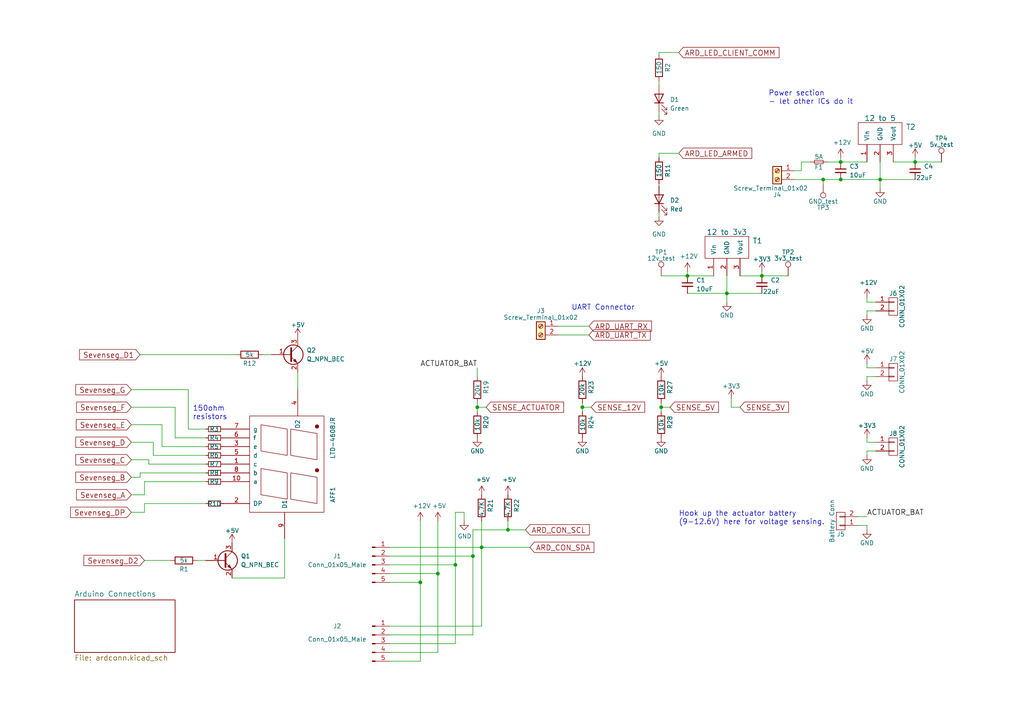
<source format=kicad_sch>
(kicad_sch (version 20211123) (generator eeschema)
  (paper "A4")
  (title_block (title "RLCS power board") (date "2017-09-24") (rev "A") (company "Waterloo Rocketry"))
  (lib_symbols
    (symbol "Connector:Conn_01x05_Male" (pin_names (offset 1.016) hide)
      (property "Reference" "J" (at 0 7.62 0))
      (property "Value" "Conn_01x05_Male" (at 0 -7.62 0))
      (symbol "Conn_01x05_Male_1_1"
        (polyline (pts (xy 1.27 -5.08) (xy 0.8636 -5.08)) (stroke (width 0.1524)))
        (polyline (pts (xy 1.27 -2.54) (xy 0.8636 -2.54)) (stroke (width 0.1524)))
        (polyline (pts (xy 1.27 0) (xy 0.8636 0)) (stroke (width 0.1524)))
        (polyline (pts (xy 1.27 2.54) (xy 0.8636 2.54)) (stroke (width 0.1524)))
        (polyline (pts (xy 1.27 5.08) (xy 0.8636 5.08)) (stroke (width 0.1524)))
        (rectangle (start 0.8636 -4.953) (end 0 -5.207) (stroke (width 0.1524)) (fill (type outline)))
        (rectangle (start 0.8636 -2.413) (end 0 -2.667) (stroke (width 0.1524)) (fill (type outline)))
        (rectangle (start 0.8636 0.127) (end 0 -0.127) (stroke (width 0.1524)) (fill (type outline)))
        (rectangle (start 0.8636 2.667) (end 0 2.413) (stroke (width 0.1524)) (fill (type outline)))
        (rectangle (start 0.8636 5.207) (end 0 4.953) (stroke (width 0.1524)) (fill (type outline)))
        (pin passive line (at 5.08 5.08 180) (length 3.81) (name "Pin_1") (number "1"))
        (pin passive line (at 5.08 2.54 180) (length 3.81) (name "Pin_2") (number "2"))
        (pin passive line (at 5.08 0 180) (length 3.81) (name "Pin_3") (number "3"))
        (pin passive line (at 5.08 -2.54 180) (length 3.81) (name "Pin_4") (number "4"))
        (pin passive line (at 5.08 -5.08 180) (length 3.81) (name "Pin_5") (number "5"))
      )
    )
    (symbol "Connector:Screw_Terminal_01x02" (pin_names (offset 1.016) hide)
      (property "Reference" "J" (at 0 2.54 0))
      (property "Value" "Screw_Terminal_01x02" (at 0 -5.08 0))
      (symbol "Screw_Terminal_01x02_1_1"
        (rectangle (start -1.27 1.27) (end 1.27 -3.81) (stroke (width 0.254)) (fill (type background)))
        (circle (center 0 -2.54) (radius 0.635) (stroke (width 0.1524)))
        (polyline (pts (xy -0.5334 -2.2098) (xy 0.3302 -3.048)) (stroke (width 0.1524)))
        (polyline (pts (xy -0.5334 0.3302) (xy 0.3302 -0.508)) (stroke (width 0.1524)))
        (polyline (pts (xy -0.3556 -2.032) (xy 0.508 -2.8702)) (stroke (width 0.1524)))
        (polyline (pts (xy -0.3556 0.508) (xy 0.508 -0.3302)) (stroke (width 0.1524)))
        (circle (center 0 0) (radius 0.635) (stroke (width 0.1524)))
        (pin passive line (at -5.08 0 0) (length 3.81) (name "Pin_1") (number "1"))
        (pin passive line (at -5.08 -2.54 0) (length 3.81) (name "Pin_2") (number "2"))
      )
    )
    (symbol "Device:C_Small" (pin_numbers hide) (pin_names (offset 0.254) hide)
      (property "Reference" "C" (at 0.254 1.778 0))
      (property "Value" "C_Small" (at 0.254 -2.032 0))
      (symbol "C_Small_0_1"
        (polyline (pts (xy -1.524 -0.508) (xy 1.524 -0.508)) (stroke (width 0.3302)))
        (polyline (pts (xy -1.524 0.508) (xy 1.524 0.508)) (stroke (width 0.3048)))
      )
      (symbol "C_Small_1_1"
        (pin passive line (at 0 2.54 270) (length 2.032) (name "~") (number "1"))
        (pin passive line (at 0 -2.54 90) (length 2.032) (name "~") (number "2"))
      )
    )
    (symbol "Device:Fuse_Small" (pin_numbers hide) (pin_names (offset 0.254) hide)
      (property "Reference" "F" (at 0 -1.524 0))
      (property "Value" "Fuse_Small" (at 0 1.524 0))
      (symbol "Fuse_Small_0_1"
        (rectangle (start -1.27 0.508) (end 1.27 -0.508))
        (polyline (pts (xy -1.27 0) (xy 1.27 0)))
      )
      (symbol "Fuse_Small_1_1"
        (pin passive line (at -2.54 0 0) (length 1.27) (name "~") (number "1"))
        (pin passive line (at 2.54 0 180) (length 1.27) (name "~") (number "2"))
      )
    )
    (symbol "Device:LED" (pin_numbers hide) (pin_names (offset 1.016) hide)
      (property "Reference" "D" (at 0 2.54 0))
      (property "Value" "LED" (at 0 -2.54 0))
      (symbol "LED_0_1"
        (polyline (pts (xy -1.27 -1.27) (xy -1.27 1.27)) (stroke (width 0.254)))
        (polyline (pts (xy -1.27 0) (xy 1.27 0)))
        (polyline (pts (xy 1.27 -1.27) (xy 1.27 1.27) (xy -1.27 0) (xy 1.27 -1.27)) (stroke (width 0.254)))
        (polyline (pts (xy -3.048 -0.762) (xy -4.572 -2.286) (xy -3.81 -2.286) (xy -4.572 -2.286) (xy -4.572 -1.524)))
        (polyline (pts (xy -1.778 -0.762) (xy -3.302 -2.286) (xy -2.54 -2.286) (xy -3.302 -2.286) (xy -3.302 -1.524)))
      )
      (symbol "LED_1_1"
        (pin passive line (at -3.81 0 0) (length 2.54) (name "K") (number "1"))
        (pin passive line (at 3.81 0 180) (length 2.54) (name "A") (number "2"))
      )
    )
    (symbol "Device:Q_NPN_BEC" (pin_names (offset 0) hide)
      (property "Reference" "Q" (at 5.08 1.27 0))
      (property "Value" "Q_NPN_BEC" (at 5.08 -1.27 0))
      (symbol "Q_NPN_BEC_0_1"
        (polyline (pts (xy 0.635 0.635) (xy 2.54 2.54)))
        (polyline (pts (xy 0.635 -0.635) (xy 2.54 -2.54) (xy 2.54 -2.54)))
        (polyline (pts (xy 0.635 1.905) (xy 0.635 -1.905) (xy 0.635 -1.905)) (stroke (width 0.508)))
        (polyline (pts (xy 1.27 -1.778) (xy 1.778 -1.27) (xy 2.286 -2.286) (xy 1.27 -1.778) (xy 1.27 -1.778)) (fill (type outline)))
        (circle (center 1.27 0) (radius 2.8194) (stroke (width 0.254)))
      )
      (symbol "Q_NPN_BEC_1_1"
        (pin input line (at -5.08 0 0) (length 5.715) (name "B") (number "1"))
        (pin passive line (at 2.54 -5.08 90) (length 2.54) (name "E") (number "2"))
        (pin passive line (at 2.54 5.08 270) (length 2.54) (name "C") (number "3"))
      )
    )
    (symbol "Device:R" (pin_numbers hide) (pin_names (offset 0))
      (property "Reference" "R" (at 2.032 0 90))
      (property "Value" "R" (at 0 0 90))
      (symbol "R_0_1"
        (rectangle (start -1.016 -2.54) (end 1.016 2.54) (stroke (width 0.254)))
      )
      (symbol "R_1_1"
        (pin passive line (at 0 3.81 270) (length 1.27) (name "~") (number "1"))
        (pin passive line (at 0 -3.81 90) (length 1.27) (name "~") (number "2"))
      )
    )
    (symbol "Device:R_Small" (pin_numbers hide) (pin_names (offset 0.254) hide)
      (property "Reference" "R" (at 0.762 0.508 0))
      (property "Value" "R_Small" (at 0.762 -1.016 0))
      (symbol "R_Small_0_1"
        (rectangle (start -0.762 1.778) (end 0.762 -1.778) (stroke (width 0.2032)))
      )
      (symbol "R_Small_1_1"
        (pin passive line (at 0 2.54 270) (length 0.762) (name "~") (number "1"))
        (pin passive line (at 0 -2.54 90) (length 0.762) (name "~") (number "2"))
      )
    )
    (symbol "custom:LTD-4608JR" (pin_names (offset 1.016))
      (property "Reference" "AFF" (at -8.89 -12.7 0))
      (property "Value" "LTD-4608JR" (at 7.62 -12.7 0))
      (symbol "LTD-4608JR_0_1"
        (circle (center -1.778 -8.128) (radius 0.508) (fill (type outline)))
        (polyline (pts (xy -10.16 -0.508) (xy -2.54 -0.508) (xy -3.81 -8.128) (xy -11.43 -8.128) (xy -10.16 -0.508) (xy -10.16 -0.508)))
        (polyline (pts (xy -8.89 8.128) (xy -1.27 8.128) (xy -2.54 0.508) (xy -10.16 0.508) (xy -8.89 8.128) (xy -8.89 8.128)))
        (polyline (pts (xy 2.54 -0.508) (xy 10.16 -0.508) (xy 8.89 -8.128) (xy 1.27 -8.128) (xy 2.54 -0.508) (xy 2.54 -0.508)))
        (polyline (pts (xy 3.81 8.128) (xy 11.43 8.128) (xy 10.16 0.508) (xy 2.54 0.508) (xy 3.81 8.128) (xy 3.81 8.128)))
        (circle (center 10.922 -8.128) (radius 0.508) (fill (type outline)))
        (rectangle (start 13.97 -10.16) (end -13.97 11.43))
      )
      (symbol "LTD-4608JR_1_1"
        (pin input line (at 0 19.05 270) (length 7.62) (name "c") (number "1"))
        (pin input line (at -5.08 19.05 270) (length 7.62) (name "a") (number "10"))
        (pin input line (at -11.43 19.05 270) (length 7.62) (name "DP") (number "2"))
        (pin input line (at 5.08 19.05 270) (length 7.62) (name "e") (number "3"))
        (pin input line (at 21.59 -2.54 180) (length 7.62) (name "D2") (number "4"))
        (pin input line (at 2.54 19.05 270) (length 7.62) (name "d") (number "5"))
        (pin input line (at 7.62 19.05 270) (length 7.62) (name "f") (number "6"))
        (pin input line (at 10.16 19.05 270) (length 7.62) (name "g") (number "7"))
        (pin input line (at -2.54 19.05 270) (length 7.62) (name "b") (number "8"))
        (pin input line (at -21.59 1.27 0) (length 7.62) (name "D1") (number "9"))
      )
      (symbol "LTD-4608JR_1_2"
        (pin input line (at 2.54 19.05 270) (length 7.62) (name "d") (number "1"))
        (pin input line (at -21.59 1.27 0) (length 7.62) (name "D1") (number "10"))
        (pin input line (at -11.43 19.05 270) (length 7.62) (name "DP") (number "2"))
        (pin input line (at 5.08 19.05 270) (length 7.62) (name "e") (number "3"))
        (pin input line (at 0 19.05 270) (length 7.62) (name "c") (number "4"))
        (pin input line (at 21.59 -2.54 180) (length 7.62) (name "D2") (number "5"))
        (pin input line (at -2.54 19.05 270) (length 7.62) (name "b") (number "6"))
        (pin input line (at -5.08 19.05 270) (length 7.62) (name "a") (number "7"))
        (pin input line (at 7.62 19.05 270) (length 7.62) (name "f") (number "8"))
        (pin input line (at 10.16 19.05 270) (length 7.62) (name "g") (number "9"))
      )
    )
    (symbol "custom:MEZD71201A-G" (pin_names (offset 1.016))
      (property "Reference" "T" (at 8.89 -3.81 0))
      (property "Value" "MEZD71201A-G" (at 0 2.54 0))
      (symbol "MEZD71201A-G_0_1"
        (rectangle (start -6.35 1.27) (end 6.35 -5.08))
      )
      (symbol "MEZD71201A-G_1_1"
        (pin input line (at -3.81 -10.16 90) (length 5.08) (name "Vin") (number "1"))
        (pin bidirectional line (at 0 -10.16 90) (length 5.08) (name "GND") (number "2"))
        (pin output line (at 3.81 -10.16 90) (length 5.08) (name "Vout") (number "3"))
      )
    )
    (symbol "power:+12V" (power) (pin_names (offset 0))
      (property "Value" "+12V" (at 0 3.556 0))
      (symbol "+12V_0_1"
        (polyline (pts (xy -0.762 1.27) (xy 0 2.54)))
        (polyline (pts (xy 0 0) (xy 0 2.54)))
        (polyline (pts (xy 0 2.54) (xy 0.762 1.27)))
      )
      (symbol "+12V_1_1"
        (pin power_in line (at 0 0 90) (length 0) hide (name "+12V") (number "1"))
      )
    )
    (symbol "power:+3.3V" (power) (pin_names (offset 0))
      (property "Value" "+3.3V" (at 0 3.556 0))
      (symbol "+3.3V_0_1"
        (polyline (pts (xy -0.762 1.27) (xy 0 2.54)))
        (polyline (pts (xy 0 0) (xy 0 2.54)))
        (polyline (pts (xy 0 2.54) (xy 0.762 1.27)))
      )
      (symbol "+3.3V_1_1"
        (pin power_in line (at 0 0 90) (length 0) hide (name "+3V3") (number "1"))
      )
    )
    (symbol "power:+5V" (power) (pin_names (offset 0))
      (property "Value" "+5V" (at 0 3.556 0))
      (symbol "+5V_0_1"
        (polyline (pts (xy -0.762 1.27) (xy 0 2.54)))
        (polyline (pts (xy 0 0) (xy 0 2.54)))
        (polyline (pts (xy 0 2.54) (xy 0.762 1.27)))
      )
      (symbol "+5V_1_1"
        (pin power_in line (at 0 0 90) (length 0) hide (name "+5V") (number "1"))
      )
    )
    (symbol "power:GND" (power) (pin_names (offset 0))
      (property "Value" "GND" (at 0 -3.81 0))
      (symbol "GND_0_1"
        (polyline (pts (xy 0 0) (xy 0 -1.27) (xy 1.27 -1.27) (xy 0 -2.54) (xy -1.27 -1.27) (xy 0 -1.27)))
      )
      (symbol "GND_1_1"
        (pin power_in line (at 0 0 270) (length 0) hide (name "GND") (number "1"))
      )
    )
    (symbol "rlcs_power-rescue:CONN_01X02" (pin_names (offset 1.016) hide)
      (property "Reference" "J" (at 0 3.81 0))
      (property "Value" "CONN_01X02" (at 2.54 0 90))
      (symbol "CONN_01X02_0_1"
        (rectangle (start -1.27 -1.143) (end 0.254 -1.397))
        (rectangle (start -1.27 1.397) (end 0.254 1.143))
        (rectangle (start -1.27 2.54) (end 1.27 -2.54))
      )
      (symbol "CONN_01X02_1_1"
        (pin passive line (at -5.08 1.27 0) (length 3.81) (name "P1") (number "1"))
        (pin passive line (at -5.08 -1.27 0) (length 3.81) (name "P2") (number "2"))
      )
    )
    (symbol "rlcs_power-rescue:TEST_1P" (pin_numbers hide) (pin_names (offset 0.762) hide)
      (property "Reference" "J" (at 0 6.858 0))
      (property "Value" "TEST_1P" (at 0 5.08 0))
      (symbol "TEST_1P_0_1"
        (circle (center 0 3.302) (radius 0.762))
      )
      (symbol "TEST_1P_1_1"
        (pin passive line (at 0 0 90) (length 2.54) (name "1") (number "1"))
      )
    )
  )
  (junction (at 132.08 163.83))
  (junction (at 121.92 168.91))
  (junction (at 199.39 80.01))
  (junction (at 243.84 52.07))
  (junction (at 220.98 80.01))
  (junction (at 139.7 158.75))
  (junction (at 265.43 46.99))
  (junction (at 243.84 46.99))
  (junction (at 147.32 153.67))
  (junction (at 168.91 118.11))
  (junction (at 210.82 85.09))
  (junction (at 191.77 118.11))
  (junction (at 238.76 52.07))
  (junction (at 255.27 52.07))
  (junction (at 127 166.37))
  (junction (at 137.16 161.29))
  (junction (at 138.43 118.11))
  (wire (pts (xy 254 109.22) (xy 251.46 109.22)))
  (wire (pts (xy 113.03 168.91) (xy 121.92 168.91)))
  (wire (pts (xy 46.99 123.19) (xy 38.1 123.19)))
  (wire (pts (xy 232.41 46.99) (xy 234.95 46.99)))
  (wire (pts (xy 82.55 167.64) (xy 82.55 156.21)))
  (wire (pts (xy 59.69 132.08) (xy 44.45 132.08)))
  (wire (pts (xy 191.77 119.38) (xy 191.77 118.11)))
  (wire (pts (xy 199.39 85.09) (xy 210.82 85.09)))
  (wire (pts (xy 50.8 118.11) (xy 38.1 118.11)))
  (wire (pts (xy 38.1 113.03) (xy 54.61 113.03)))
  (wire (pts (xy 254 130.81) (xy 251.46 130.81)))
  (wire (pts (xy 259.08 46.99) (xy 265.43 46.99)))
  (wire (pts (xy 137.16 161.29) (xy 137.16 184.15)))
  (wire (pts (xy 168.91 118.11) (xy 168.91 116.84)))
  (wire (pts (xy 191.77 118.11) (xy 194.31 118.11)))
  (wire (pts (xy 138.43 119.38) (xy 138.43 118.11)))
  (wire (pts (xy 251.46 87.63) (xy 254 87.63)))
  (wire (pts (xy 41.91 162.56) (xy 49.53 162.56)))
  (wire (pts (xy 57.15 162.56) (xy 59.69 162.56)))
  (wire (pts (xy 153.67 158.75) (xy 139.7 158.75)))
  (wire (pts (xy 243.84 46.99) (xy 243.84 45.72)))
  (wire (pts (xy 147.32 153.67) (xy 137.16 153.67)))
  (wire (pts (xy 113.03 163.83) (xy 132.08 163.83)))
  (wire (pts (xy 238.76 53.34) (xy 238.76 52.07)))
  (wire (pts (xy 191.135 61.595) (xy 191.135 62.865)))
  (wire (pts (xy 40.64 137.16) (xy 40.64 138.43)))
  (wire (pts (xy 210.82 85.09) (xy 220.98 85.09)))
  (wire (pts (xy 161.925 97.155) (xy 170.815 97.155)))
  (wire (pts (xy 212.09 118.11) (xy 214.63 118.11)))
  (wire (pts (xy 230.505 52.07) (xy 238.76 52.07)))
  (wire (pts (xy 138.43 118.11) (xy 140.97 118.11)))
  (wire (pts (xy 40.64 102.87) (xy 68.58 102.87)))
  (wire (pts (xy 243.84 46.99) (xy 251.46 46.99)))
  (wire (pts (xy 121.92 191.77) (xy 113.03 191.77)))
  (wire (pts (xy 44.45 132.08) (xy 44.45 128.27)))
  (wire (pts (xy 255.27 52.07) (xy 265.43 52.07)))
  (wire (pts (xy 168.91 119.38) (xy 168.91 118.11)))
  (wire (pts (xy 152.4 153.67) (xy 147.32 153.67)))
  (wire (pts (xy 41.91 146.05) (xy 41.91 148.59)))
  (wire (pts (xy 59.69 129.54) (xy 46.99 129.54)))
  (wire (pts (xy 251.46 128.27) (xy 254 128.27)))
  (wire (pts (xy 121.92 168.91) (xy 121.92 191.77)))
  (wire (pts (xy 132.08 148.59) (xy 134.62 148.59)))
  (wire (pts (xy 147.32 151.13) (xy 147.32 153.67)))
  (wire (pts (xy 251.46 106.68) (xy 254 106.68)))
  (wire (pts (xy 191.135 23.495) (xy 191.135 24.765)))
  (wire (pts (xy 46.99 129.54) (xy 46.99 123.19)))
  (wire (pts (xy 41.91 139.7) (xy 41.91 143.51)))
  (wire (pts (xy 59.69 146.05) (xy 41.91 146.05)))
  (wire (pts (xy 210.82 85.09) (xy 210.82 87.63)))
  (wire (pts (xy 251.46 109.22) (xy 251.46 110.49)))
  (wire (pts (xy 43.18 134.62) (xy 43.18 133.35)))
  (wire (pts (xy 251.46 130.81) (xy 251.46 132.08)))
  (wire (pts (xy 113.03 158.75) (xy 139.7 158.75)))
  (wire (pts (xy 127 151.13) (xy 127 166.37)))
  (wire (pts (xy 232.41 49.53) (xy 232.41 46.99)))
  (wire (pts (xy 238.76 52.07) (xy 243.84 52.07)))
  (wire (pts (xy 127 166.37) (xy 127 189.23)))
  (wire (pts (xy 199.39 80.01) (xy 207.01 80.01)))
  (wire (pts (xy 251.46 152.4) (xy 251.46 153.67)))
  (wire (pts (xy 191.135 15.24) (xy 191.135 15.875)))
  (wire (pts (xy 251.46 149.86) (xy 248.92 149.86)))
  (wire (pts (xy 43.18 133.35) (xy 38.1 133.35)))
  (wire (pts (xy 138.43 106.68) (xy 138.43 109.22)))
  (wire (pts (xy 86.36 107.95) (xy 86.36 113.03)))
  (wire (pts (xy 220.98 80.01) (xy 220.98 78.74)))
  (wire (pts (xy 255.27 46.99) (xy 255.27 52.07)))
  (wire (pts (xy 50.8 127) (xy 50.8 118.11)))
  (wire (pts (xy 161.925 94.615) (xy 170.815 94.615)))
  (wire (pts (xy 41.91 148.59) (xy 38.1 148.59)))
  (wire (pts (xy 196.85 15.24) (xy 191.135 15.24)))
  (wire (pts (xy 243.84 52.07) (xy 255.27 52.07)))
  (wire (pts (xy 121.92 168.91) (xy 121.92 151.13)))
  (wire (pts (xy 59.69 124.46) (xy 54.61 124.46)))
  (wire (pts (xy 191.135 44.45) (xy 191.135 45.72)))
  (wire (pts (xy 191.135 32.385) (xy 191.135 33.655)))
  (wire (pts (xy 139.7 158.75) (xy 139.7 181.61)))
  (wire (pts (xy 199.39 80.01) (xy 199.39 78.74)))
  (wire (pts (xy 265.43 46.99) (xy 273.05 46.99)))
  (wire (pts (xy 248.92 152.4) (xy 251.46 152.4)))
  (wire (pts (xy 254 90.17) (xy 251.46 90.17)))
  (wire (pts (xy 191.77 118.11) (xy 191.77 116.84)))
  (wire (pts (xy 210.82 80.01) (xy 210.82 85.09)))
  (wire (pts (xy 255.27 52.07) (xy 255.27 54.61)))
  (wire (pts (xy 76.2 102.87) (xy 78.74 102.87)))
  (wire (pts (xy 67.31 167.64) (xy 82.55 167.64)))
  (wire (pts (xy 240.03 46.99) (xy 243.84 46.99)))
  (wire (pts (xy 137.16 184.15) (xy 113.03 184.15)))
  (wire (pts (xy 113.03 181.61) (xy 139.7 181.61)))
  (wire (pts (xy 191.77 80.01) (xy 199.39 80.01)))
  (wire (pts (xy 54.61 124.46) (xy 54.61 113.03)))
  (wire (pts (xy 139.7 151.13) (xy 139.7 158.75)))
  (wire (pts (xy 196.85 44.45) (xy 191.135 44.45)))
  (wire (pts (xy 127 166.37) (xy 113.03 166.37)))
  (wire (pts (xy 59.69 134.62) (xy 43.18 134.62)))
  (wire (pts (xy 251.46 86.36) (xy 251.46 87.63)))
  (wire (pts (xy 220.98 80.01) (xy 228.6 80.01)))
  (wire (pts (xy 132.08 186.69) (xy 113.03 186.69)))
  (wire (pts (xy 59.69 139.7) (xy 41.91 139.7)))
  (wire (pts (xy 251.46 90.17) (xy 251.46 91.44)))
  (wire (pts (xy 138.43 118.11) (xy 138.43 116.84)))
  (wire (pts (xy 59.69 127) (xy 50.8 127)))
  (wire (pts (xy 127 189.23) (xy 113.03 189.23)))
  (wire (pts (xy 137.16 153.67) (xy 137.16 161.29)))
  (wire (pts (xy 59.69 137.16) (xy 40.64 137.16)))
  (wire (pts (xy 40.64 138.43) (xy 38.1 138.43)))
  (wire (pts (xy 134.62 148.59) (xy 134.62 151.13)))
  (wire (pts (xy 44.45 128.27) (xy 38.1 128.27)))
  (wire (pts (xy 132.08 163.83) (xy 132.08 186.69)))
  (wire (pts (xy 132.08 163.83) (xy 132.08 148.59)))
  (wire (pts (xy 251.46 127) (xy 251.46 128.27)))
  (wire (pts (xy 191.135 53.34) (xy 191.135 53.975)))
  (wire (pts (xy 251.46 105.41) (xy 251.46 106.68)))
  (wire (pts (xy 113.03 161.29) (xy 137.16 161.29)))
  (wire (pts (xy 41.91 143.51) (xy 38.1 143.51)))
  (wire (pts (xy 214.63 80.01) (xy 220.98 80.01)))
  (wire (pts (xy 168.91 118.11) (xy 171.45 118.11)))
  (wire (pts (xy 212.09 115.57) (xy 212.09 118.11)))
  (wire (pts (xy 265.43 46.99) (xy 265.43 45.72)))
  (wire (pts (xy 230.505 49.53) (xy 232.41 49.53)))
  (text "Hook up the actuator battery\n(9-12.6V) here for voltage sensing." (at 196.85 152.4 0) (effects (font (size 1.524 1.524)) (justify left bottom)))
  (text "Power section\n- let other ICs do it\n" (at 222.885 30.48 0) (effects (font (size 1.524 1.524)) (justify left bottom)))
  (text "UART Connector" (at 165.735 90.17 0) (effects (font (size 1.524 1.524)) (justify left bottom)))
  (text "150ohm\nresistors\n" (at 55.88 121.92 0) (effects (font (size 1.524 1.524)) (justify left bottom)))
  (label "ACTUATOR_BAT" (at 251.46 149.86 0) (effects (font (size 1.524 1.524))))
  (label "ACTUATOR_BAT" (at 138.43 106.68 180) (effects (font (size 1.524 1.524))))
  (global_label "ARD_UART_TX" (shape input) (at 170.815 97.155 0) (effects (font (size 1.524 1.524))) (property "Intersheet References" "${INTERSHEET_REFS}" (effects hide)))
  (global_label "Sevenseg_D" (shape input) (at 38.1 128.27 180) (effects (font (size 1.524 1.524))) (property "Intersheet References" "${INTERSHEET_REFS}" (effects hide)))
  (global_label "Sevenseg_F" (shape input) (at 38.1 118.11 180) (effects (font (size 1.524 1.524))) (property "Intersheet References" "${INTERSHEET_REFS}" (effects hide)))
  (global_label "Sevenseg_A" (shape input) (at 38.1 143.51 180) (effects (font (size 1.524 1.524))) (property "Intersheet References" "${INTERSHEET_REFS}" (effects hide)))
  (global_label "ARD_CON_SCL" (shape input) (at 152.4 153.67 0) (effects (font (size 1.524 1.524))) (property "Intersheet References" "${INTERSHEET_REFS}" (effects hide)))
  (global_label "Sevenseg_G" (shape input) (at 38.1 113.03 180) (effects (font (size 1.524 1.524))) (property "Intersheet References" "${INTERSHEET_REFS}" (effects hide)))
  (global_label "SENSE_12V" (shape input) (at 171.45 118.11 0) (effects (font (size 1.524 1.524))) (property "Intersheet References" "${INTERSHEET_REFS}" (effects hide)))
  (global_label "Sevenseg_D2" (shape input) (at 41.91 162.56 180) (effects (font (size 1.524 1.524))) (property "Intersheet References" "${INTERSHEET_REFS}" (effects hide)))
  (global_label "ARD_UART_RX" (shape input) (at 170.815 94.615 0) (effects (font (size 1.524 1.524))) (property "Intersheet References" "${INTERSHEET_REFS}" (effects hide)))
  (global_label "ARD_CON_SDA" (shape input) (at 153.67 158.75 0) (effects (font (size 1.524 1.524))) (property "Intersheet References" "${INTERSHEET_REFS}" (effects hide)))
  (global_label "Sevenseg_D1" (shape input) (at 40.64 102.87 180) (effects (font (size 1.524 1.524))) (property "Intersheet References" "${INTERSHEET_REFS}" (effects hide)))
  (global_label "SENSE_ACTUATOR" (shape input) (at 140.97 118.11 0) (effects (font (size 1.524 1.524))) (property "Intersheet References" "${INTERSHEET_REFS}" (effects hide)))
  (global_label "SENSE_5V" (shape input) (at 194.31 118.11 0) (effects (font (size 1.524 1.524))) (property "Intersheet References" "${INTERSHEET_REFS}" (effects hide)))
  (global_label "ARD_LED_CLIENT_COMM" (shape input) (at 196.85 15.24 0) (effects (font (size 1.524 1.524))) (property "Intersheet References" "${INTERSHEET_REFS}" (effects hide)))
  (global_label "Sevenseg_C" (shape input) (at 38.1 133.35 180) (effects (font (size 1.524 1.524))) (property "Intersheet References" "${INTERSHEET_REFS}" (effects hide)))
  (global_label "SENSE_3V" (shape input) (at 214.63 118.11 0) (effects (font (size 1.524 1.524))) (property "Intersheet References" "${INTERSHEET_REFS}" (effects hide)))
  (global_label "ARD_LED_ARMED" (shape input) (at 196.85 44.45 0) (effects (font (size 1.524 1.524))) (property "Intersheet References" "${INTERSHEET_REFS}" (effects hide)))
  (global_label "Sevenseg_DP" (shape input) (at 38.1 148.59 180) (effects (font (size 1.524 1.524))) (property "Intersheet References" "${INTERSHEET_REFS}" (effects hide)))
  (global_label "Sevenseg_E" (shape input) (at 38.1 123.19 180) (effects (font (size 1.524 1.524))) (property "Intersheet References" "${INTERSHEET_REFS}" (effects hide)))
  (global_label "Sevenseg_B" (shape input) (at 38.1 138.43 180) (effects (font (size 1.524 1.524))) (property "Intersheet References" "${INTERSHEET_REFS}" (effects hide)))
  (symbol (lib_id "custom:MEZD71201A-G") (at 255.27 36.83 0) (unit 1)
    (property "Reference" "T2" (at 264.16 36.83 0) (effects (font (size 1.524 1.524))))
    (property "Value" "12 to 5" (at 255.27 34.29 0) (effects (font (size 1.524 1.524))))
    (property "Footprint" "rlcs_power_footprints:VXO78XX-1000" (effects hide))
  )
  (symbol (lib_id "power:GND") (at 255.27 54.61 0) (unit 1)
    (property "Reference" "#PWR033" (effects hide))
    (property "Value" "GND" (at 255.27 58.42 0))
  )
  (symbol (lib_id "power:+5V") (at 265.43 45.72 0) (unit 1)
    (property "Reference" "#PWR034" (effects hide))
    (property "Value" "+5V" (at 265.43 42.164 0))
  )
  (symbol (lib_id "Device:Fuse_Small") (at 237.49 46.99 0) (unit 1)
    (property "Reference" "F1" (at 237.49 48.514 0))
    (property "Value" "5A" (at 237.49 45.466 0))
    (property "Footprint" "Fuse_Holders_and_Fuses:Fuseholder5x20_horiz_open_inline_Type-I" (effects hide))
  )
  (symbol (lib_id "custom:MEZD71201A-G") (at 210.82 69.85 0) (unit 1)
    (property "Reference" "T1" (at 219.71 69.85 0) (effects (font (size 1.524 1.524))))
    (property "Value" "12 to 3v3" (at 210.82 67.31 0) (effects (font (size 1.524 1.524))))
    (property "Footprint" "rlcs_power_footprints:VXO78XX-1000" (effects hide))
  )
  (symbol (lib_id "Device:C_Small") (at 199.39 82.55 0) (unit 1)
    (property "Reference" "C1" (at 201.93 81.28 0) (effects (justify left)))
    (property "Value" "10uF" (at 201.93 83.82 0) (effects (justify left)))
    (property "Footprint" "Capacitor_SMD:C_0805_2012Metric_Pad1.15x1.40mm_HandSolder" (effects hide))
  )
  (symbol (lib_id "power:GND") (at 210.82 87.63 0) (unit 1)
    (property "Reference" "#PWR022" (effects hide))
    (property "Value" "GND" (at 210.82 91.44 0))
  )
  (symbol (lib_id "power:+3.3V") (at 220.98 78.74 0) (unit 1)
    (property "Reference" "#PWR024" (effects hide))
    (property "Value" "+3.3V" (at 220.98 75.184 0))
  )
  (symbol (lib_id "Device:R_Small") (at 62.23 124.46 90) (unit 1)
    (property "Reference" "R3" (at 63.5 124.46 90) (effects (justify left)))
    (property "Value" "150" (effects hide))
    (property "Footprint" "Resistor_SMD:R_0805_2012Metric_Pad1.20x1.40mm_HandSolder" (effects hide))
  )
  (symbol (lib_id "Device:R_Small") (at 62.23 127 90) (unit 1)
    (property "Reference" "R4" (at 63.5 127 90) (effects (justify left)))
    (property "Value" "150" (effects hide))
    (property "Footprint" "Resistor_SMD:R_0805_2012Metric_Pad1.20x1.40mm_HandSolder" (effects hide))
  )
  (symbol (lib_id "custom:LTD-4608JR") (at 83.82 134.62 90) (unit 1)
    (property "Reference" "AFF1" (at 96.52 143.51 0))
    (property "Value" "LTD-4608JR" (at 96.52 127 0))
    (property "Footprint" "rlcs_power:LTD-4608JR" (effects hide))
  )
  (symbol (lib_id "Device:R_Small") (at 62.23 129.54 90) (unit 1)
    (property "Reference" "R5" (at 63.5 129.54 90) (effects (justify left)))
    (property "Value" "150" (effects hide))
    (property "Footprint" "Resistor_SMD:R_0805_2012Metric_Pad1.20x1.40mm_HandSolder" (effects hide))
  )
  (symbol (lib_id "Device:R_Small") (at 62.23 132.08 90) (unit 1)
    (property "Reference" "R6" (at 63.5 132.08 90) (effects (justify left)))
    (property "Value" "150" (effects hide))
    (property "Footprint" "Resistor_SMD:R_0805_2012Metric_Pad1.20x1.40mm_HandSolder" (effects hide))
  )
  (symbol (lib_id "Device:R_Small") (at 62.23 134.62 90) (unit 1)
    (property "Reference" "R7" (at 63.5 134.62 90) (effects (justify left)))
    (property "Value" "150" (effects hide))
    (property "Footprint" "Resistor_SMD:R_0805_2012Metric_Pad1.20x1.40mm_HandSolder" (effects hide))
  )
  (symbol (lib_id "Device:R_Small") (at 62.23 137.16 90) (unit 1)
    (property "Reference" "R8" (at 63.5 137.16 90) (effects (justify left)))
    (property "Value" "150" (effects hide))
    (property "Footprint" "Resistor_SMD:R_0805_2012Metric_Pad1.20x1.40mm_HandSolder" (effects hide))
  )
  (symbol (lib_id "Device:R_Small") (at 62.23 139.7 90) (unit 1)
    (property "Reference" "R9" (at 63.5 139.7 90) (effects (justify left)))
    (property "Value" "150" (effects hide))
    (property "Footprint" "Resistor_SMD:R_0805_2012Metric_Pad1.20x1.40mm_HandSolder" (effects hide))
  )
  (symbol (lib_id "Device:R_Small") (at 62.23 146.05 90) (unit 1)
    (property "Reference" "R10" (at 64.1072 146.1367 90) (effects (justify left)))
    (property "Value" "150" (effects hide))
    (property "Footprint" "Resistor_SMD:R_0805_2012Metric_Pad1.20x1.40mm_HandSolder" (effects hide))
  )
  (symbol (lib_id "Device:C_Small") (at 220.98 82.55 0) (unit 1)
    (property "Reference" "C2" (at 223.52 81.28 0) (effects (justify left)))
    (property "Value" "22uF" (at 221.234 84.582 0) (effects (justify left)))
    (property "Footprint" "Capacitor_SMD:C_0805_2012Metric_Pad1.15x1.40mm_HandSolder" (effects hide))
  )
  (symbol (lib_id "Device:C_Small") (at 243.84 49.53 0) (unit 1)
    (property "Reference" "C3" (at 246.38 48.26 0) (effects (justify left)))
    (property "Value" "10uF" (at 246.38 50.8 0) (effects (justify left)))
    (property "Footprint" "Capacitor_SMD:C_0805_2012Metric_Pad1.15x1.40mm_HandSolder" (effects hide))
  )
  (symbol (lib_id "Device:C_Small") (at 265.43 49.53 0) (unit 1)
    (property "Reference" "C4" (at 267.97 48.26 0) (effects (justify left)))
    (property "Value" "22uF" (at 265.684 51.562 0) (effects (justify left)))
    (property "Footprint" "Capacitor_SMD:C_0805_2012Metric_Pad1.15x1.40mm_HandSolder" (effects hide))
  )
  (symbol (lib_id "power:+5V") (at 251.46 105.41 0) (unit 1)
    (property "Reference" "#PWR028" (effects hide))
    (property "Value" "+5V" (at 251.46 101.854 0))
  )
  (symbol (lib_id "power:GND") (at 251.46 110.49 0) (unit 1)
    (property "Reference" "#PWR029" (effects hide))
    (property "Value" "GND" (at 251.46 114.3 0))
  )
  (symbol (lib_id "power:+3.3V") (at 251.46 127 0) (unit 1)
    (property "Reference" "#PWR030" (effects hide))
    (property "Value" "+3.3V" (at 251.46 123.444 0))
  )
  (symbol (lib_id "power:GND") (at 251.46 132.08 0) (unit 1)
    (property "Reference" "#PWR031" (effects hide))
    (property "Value" "GND" (at 251.46 135.89 0))
  )
  (symbol (lib_id "rlcs_power-rescue:CONN_01X02") (at 259.08 107.95 0) (unit 1)
    (property "Reference" "J7" (at 259.08 104.14 0))
    (property "Value" "CONN_01X02" (at 261.62 107.95 90))
    (property "Footprint" "Connector_Molex:Molex_KK-254_AE-6410-02A_1x02_P2.54mm_Vertical" (effects hide))
  )
  (symbol (lib_id "rlcs_power-rescue:TEST_1P") (at 191.77 80.01 0) (unit 1)
    (property "Reference" "TP1" (at 191.77 73.152 0))
    (property "Value" "12v_test" (at 191.77 74.93 0))
    (property "Footprint" "Connector_PinSocket_2.00mm:PinSocket_1x01_P2.00mm_Vertical" (effects hide))
  )
  (symbol (lib_id "rlcs_power-rescue:TEST_1P") (at 228.6 80.01 0) (unit 1)
    (property "Reference" "TP2" (at 228.6 73.152 0))
    (property "Value" "3v3_test" (at 228.6 74.93 0))
    (property "Footprint" "Connector_PinSocket_2.00mm:PinSocket_1x01_P2.00mm_Vertical" (effects hide))
  )
  (symbol (lib_id "rlcs_power-rescue:TEST_1P") (at 273.05 46.99 0) (unit 1)
    (property "Reference" "TP4" (at 273.05 40.132 0))
    (property "Value" "5v_test" (at 273.05 41.91 0))
    (property "Footprint" "Connector_PinSocket_2.00mm:PinSocket_1x01_P2.00mm_Vertical" (effects hide))
  )
  (symbol (lib_id "rlcs_power-rescue:TEST_1P") (at 238.76 53.34 180) (unit 1)
    (property "Reference" "TP3" (at 238.76 60.198 0))
    (property "Value" "GND_test" (at 238.76 58.42 0))
    (property "Footprint" "Connector_PinSocket_2.00mm:PinSocket_1x01_P2.00mm_Vertical" (effects hide))
  )
  (symbol (lib_id "rlcs_power-rescue:CONN_01X02") (at 259.08 129.54 0) (unit 1)
    (property "Reference" "J8" (at 259.08 125.73 0))
    (property "Value" "CONN_01X02" (at 261.62 129.54 90))
    (property "Footprint" "Connector_Molex:Molex_KK-254_AE-6410-02A_1x02_P2.54mm_Vertical" (effects hide))
  )
  (symbol (lib_id "power:GND") (at 251.46 91.44 0) (unit 1)
    (property "Reference" "#PWR027" (effects hide))
    (property "Value" "GND" (at 251.46 95.25 0))
  )
  (symbol (lib_id "rlcs_power-rescue:CONN_01X02") (at 259.08 88.9 0) (unit 1)
    (property "Reference" "J6" (at 259.08 85.09 0))
    (property "Value" "CONN_01X02" (at 261.62 88.9 90))
    (property "Footprint" "Connector_Molex:Molex_KK-254_AE-6410-02A_1x02_P2.54mm_Vertical" (effects hide))
  )
  (symbol (lib_id "Device:Q_NPN_BEC") (at 64.77 162.56 0) (unit 1)
    (property "Reference" "Q1" (at 69.85 161.29 0) (effects (justify left)))
    (property "Value" "Q_NPN_BEC" (at 69.85 163.83 0) (effects (justify left)))
    (property "Footprint" "Package_TO_SOT_SMD:SOT-523" (effects hide))
    (property "Datasheet" "BC847BT-7-F" (effects hide))
  )
  (symbol (lib_id "Device:Q_NPN_BEC") (at 83.82 102.87 0) (unit 1)
    (property "Reference" "Q2" (at 88.9 101.6 0) (effects (justify left)))
    (property "Value" "Q_NPN_BEC" (at 88.9 104.14 0) (effects (justify left)))
    (property "Footprint" "Package_TO_SOT_SMD:SOT-523" (effects hide))
    (property "Datasheet" "BC847BT-7-F" (effects hide))
  )
  (symbol (lib_id "power:+5V") (at 86.36 97.79 0) (unit 1)
    (property "Reference" "#PWR05" (effects hide))
    (property "Value" "+5V" (at 86.36 94.234 0))
  )
  (symbol (lib_id "power:+5V") (at 67.31 157.48 0) (unit 1)
    (property "Reference" "#PWR02" (effects hide))
    (property "Value" "+5V" (at 67.31 153.924 0))
  )
  (symbol (lib_id "power:+12V") (at 251.46 86.36 0) (unit 1)
    (property "Reference" "#PWR026" (effects hide))
    (property "Value" "+12V" (at 251.841 81.9658 0))
  )
  (symbol (lib_id "power:+12V") (at 243.84 45.72 0) (unit 1)
    (property "Reference" "#PWR025" (effects hide))
    (property "Value" "+12V" (at 244.221 41.3258 0))
  )
  (symbol (lib_id "power:+12V") (at 199.39 78.74 0) (unit 1)
    (property "Reference" "#PWR021" (effects hide))
    (property "Value" "+12V" (at 199.771 74.3458 0))
  )
  (symbol (lib_id "power:+5V") (at 127 151.13 0) (unit 1)
    (property "Reference" "#PWR010" (effects hide))
    (property "Value" "+5V" (at 127.381 146.7358 0))
  )
  (symbol (lib_id "Connector:Conn_01x05_Male") (at 107.95 163.83 0) (unit 1)
    (property "Reference" "J1" (at 97.79 161.29 0))
    (property "Value" "Conn_01x05_Male" (at 97.79 163.83 0))
    (property "Footprint" "Connector_JST:JST_EH_B5B-EH-A_1x05_P2.50mm_Vertical" (effects hide))
  )
  (symbol (lib_id "Connector:Conn_01x05_Male") (at 107.95 186.69 0) (unit 1)
    (property "Reference" "J2" (at 97.79 181.61 0))
    (property "Value" "Conn_01x05_Male" (at 97.79 185.42 0))
    (property "Footprint" "Connector_JST:JST_EH_B5B-EH-A_1x05_P2.50mm_Vertical" (effects hide))
  )
  (symbol (lib_id "power:+12V") (at 121.92 151.13 0) (unit 1)
    (property "Reference" "#PWR09" (effects hide))
    (property "Value" "+12V" (at 122.301 146.7358 0))
  )
  (symbol (lib_id "power:GND") (at 134.62 151.13 0) (unit 1)
    (property "Reference" "#PWR011" (effects hide))
    (property "Value" "GND" (at 134.747 155.5242 0))
  )
  (symbol (lib_id "Device:R") (at 139.7 147.32 0) (unit 1)
    (property "Reference" "R21" (at 142.24 148.59 90) (effects (justify left)))
    (property "Value" "4.7K" (at 139.7 149.86 90) (effects (justify left)))
    (property "Footprint" "Resistor_SMD:R_0805_2012Metric_Pad1.20x1.40mm_HandSolder" (effects hide))
  )
  (symbol (lib_id "Device:R") (at 147.32 147.32 0) (unit 1)
    (property "Reference" "R22" (at 149.86 148.59 90) (effects (justify left)))
    (property "Value" "4.7K" (at 147.32 149.86 90) (effects (justify left)))
    (property "Footprint" "Resistor_SMD:R_0805_2012Metric_Pad1.20x1.40mm_HandSolder" (effects hide))
  )
  (symbol (lib_id "power:+5V") (at 139.7 143.51 0) (unit 1)
    (property "Reference" "#PWR013" (effects hide))
    (property "Value" "+5V" (at 140.081 139.1158 0))
  )
  (symbol (lib_id "power:+5V") (at 147.32 143.51 0) (unit 1)
    (property "Reference" "#PWR014" (effects hide))
    (property "Value" "+5V" (at 147.701 139.1158 0))
  )
  (symbol (lib_id "Device:R") (at 191.77 123.19 0) (unit 1)
    (property "Reference" "R28" (at 194.31 124.46 90) (effects (justify left)))
    (property "Value" "10k" (at 191.8229 125.0478 90) (effects (justify left)))
    (property "Footprint" "Resistor_SMD:R_0805_2012Metric_Pad1.20x1.40mm_HandSolder" (effects hide))
  )
  (symbol (lib_id "power:+5V") (at 191.77 109.22 0) (unit 1)
    (property "Reference" "#PWR019" (effects hide))
    (property "Value" "+5V" (at 191.77 105.41 0))
  )
  (symbol (lib_id "Device:R") (at 168.91 113.03 0) (unit 1)
    (property "Reference" "R23" (at 171.45 114.3 90) (effects (justify left)))
    (property "Value" "20k" (at 168.8494 114.8124 90) (effects (justify left)))
    (property "Footprint" "Resistor_SMD:R_0805_2012Metric_Pad1.20x1.40mm_HandSolder" (effects hide))
  )
  (symbol (lib_id "power:GND") (at 168.91 127 0) (unit 1)
    (property "Reference" "#PWR016" (effects hide))
    (property "Value" "GND" (at 168.91 130.81 0))
  )
  (symbol (lib_id "Device:LED") (at 191.135 28.575 90) (unit 1)
    (property "Reference" "D1" (at 194.31 28.8924 90) (effects (justify right)))
    (property "Value" "Green" (at 194.31 31.4324 90) (effects (justify right)))
    (property "Footprint" "LED_SMD:LED_1206_3216Metric_Pad1.42x1.75mm_HandSolder" (effects hide))
  )
  (symbol (lib_id "Device:R") (at 53.34 162.56 90) (unit 1)
    (property "Reference" "R1" (at 53.34 165.1 90))
    (property "Value" "5k" (at 53.34 162.56 90))
    (property "Footprint" "Resistor_SMD:R_0805_2012Metric_Pad1.20x1.40mm_HandSolder" (effects hide))
  )
  (symbol (lib_id "power:+12V") (at 168.91 109.22 0) (unit 1)
    (property "Reference" "#PWR015" (effects hide))
    (property "Value" "+12V" (at 168.91 105.41 0))
  )
  (symbol (lib_id "Device:LED") (at 191.135 57.785 90) (unit 1)
    (property "Reference" "D2" (at 194.31 58.1024 90) (effects (justify right)))
    (property "Value" "Red" (at 194.31 60.6424 90) (effects (justify right)))
    (property "Footprint" "LED_SMD:LED_1206_3216Metric_Pad1.42x1.75mm_HandSolder" (effects hide))
  )
  (symbol (lib_id "Device:R") (at 191.135 49.53 0) (unit 1)
    (property "Reference" "R11" (at 193.675 51.435 90) (effects (justify left)))
    (property "Value" "150" (at 191.135 51.435 90) (effects (justify left)))
    (property "Footprint" "Resistor_SMD:R_0805_2012Metric_Pad1.20x1.40mm_HandSolder" (effects hide))
  )
  (symbol (lib_id "Device:R") (at 138.43 123.19 0) (unit 1)
    (property "Reference" "R20" (at 140.97 124.46 90) (effects (justify left)))
    (property "Value" "10k" (at 138.4579 125.0113 90) (effects (justify left)))
    (property "Footprint" "Resistor_SMD:R_0805_2012Metric_Pad1.20x1.40mm_HandSolder" (effects hide))
  )
  (symbol (lib_id "power:GND") (at 191.135 33.655 0) (unit 1)
    (property "Reference" "#PWR0101" (effects hide))
    (property "Value" "GND" (at 191.135 38.735 0))
  )
  (symbol (lib_id "Device:R") (at 72.39 102.87 90) (unit 1)
    (property "Reference" "R12" (at 72.39 105.41 90))
    (property "Value" "5k" (at 72.39 102.87 90))
    (property "Footprint" "Resistor_SMD:R_0805_2012Metric_Pad1.20x1.40mm_HandSolder" (effects hide))
  )
  (symbol (lib_id "Device:R") (at 138.43 113.03 0) (unit 1)
    (property "Reference" "R19" (at 140.97 114.3 90) (effects (justify left)))
    (property "Value" "20k" (at 138.518 114.9722 90) (effects (justify left)))
    (property "Footprint" "Resistor_SMD:R_0805_2012Metric_Pad1.20x1.40mm_HandSolder" (effects hide))
  )
  (symbol (lib_id "power:GND") (at 138.43 127 0) (unit 1)
    (property "Reference" "#PWR012" (effects hide))
    (property "Value" "GND" (at 138.43 130.81 0))
  )
  (symbol (lib_id "power:+3.3V") (at 212.09 115.57 0) (unit 1)
    (property "Reference" "#PWR023" (effects hide))
    (property "Value" "+3.3V" (at 212.09 112.014 0))
  )
  (symbol (lib_id "Device:R") (at 168.91 123.19 0) (unit 1)
    (property "Reference" "R24" (at 171.45 124.46 90) (effects (justify left)))
    (property "Value" "10k" (at 168.9796 124.9977 90) (effects (justify left)))
    (property "Footprint" "Resistor_SMD:R_0805_2012Metric_Pad1.20x1.40mm_HandSolder" (effects hide))
  )
  (symbol (lib_id "Connector:Screw_Terminal_01x02") (at 225.425 49.53 0) (mirror y) (unit 1)
    (property "Reference" "J4" (at 225.425 56.515 0))
    (property "Value" "Screw_Terminal_01x02" (at 223.52 54.61 0))
    (property "Footprint" "TerminalBlock_Phoenix:TerminalBlock_Phoenix_PT-1,5-2-5.0-H_1x02_P5.00mm_Horizontal" (effects hide))
  )
  (symbol (lib_id "rlcs_power-rescue:CONN_01X02") (at 243.84 151.13 180) (unit 1)
    (property "Reference" "J5" (at 243.84 154.94 0))
    (property "Value" "Battery Conn" (at 241.3 151.13 90))
    (property "Footprint" "TerminalBlock_Phoenix:TerminalBlock_Phoenix_MKDS-1,5-2_1x02_P5.00mm_Horizontal" (effects hide))
  )
  (symbol (lib_id "power:GND") (at 191.135 62.865 0) (unit 1)
    (property "Reference" "#PWR0102" (effects hide))
    (property "Value" "GND" (at 191.135 67.945 0))
  )
  (symbol (lib_id "Connector:Screw_Terminal_01x02") (at 156.845 94.615 0) (mirror y) (unit 1)
    (property "Reference" "J3" (at 156.845 90.17 0))
    (property "Value" "Screw_Terminal_01x02" (at 156.845 92.075 0))
    (property "Footprint" "TerminalBlock_Phoenix:TerminalBlock_Phoenix_PT-1,5-2-5.0-H_1x02_P5.00mm_Horizontal" (effects hide))
  )
  (symbol (lib_id "Device:R") (at 191.135 19.685 0) (unit 1)
    (property "Reference" "R2" (at 193.675 20.955 90) (effects (justify left)))
    (property "Value" "150" (at 191.135 21.59 90) (effects (justify left)))
    (property "Footprint" "Resistor_SMD:R_0805_2012Metric_Pad1.20x1.40mm_HandSolder" (effects hide))
  )
  (symbol (lib_id "power:GND") (at 251.46 153.67 0) (mirror y) (unit 1)
    (property "Reference" "#PWR032" (effects hide))
    (property "Value" "GND" (at 251.46 157.48 0))
  )
  (symbol (lib_id "Device:R") (at 191.77 113.03 0) (unit 1)
    (property "Reference" "R27" (at 194.31 114.3 90) (effects (justify left)))
    (property "Value" "10k" (at 191.8229 114.9287 90) (effects (justify left)))
    (property "Footprint" "Resistor_SMD:R_0805_2012Metric_Pad1.20x1.40mm_HandSolder" (effects hide))
  )
  (symbol (lib_id "power:GND") (at 191.77 127 0) (unit 1)
    (property "Reference" "#PWR020" (effects hide))
    (property "Value" "GND" (at 191.77 130.81 0))
  )
  (sheet (at 21.59 173.99) (size 29.21 15.24)
    (property "Sheet name" "Arduino Connections" (at 21.59 173.1514 0) (effects (font (size 1.524 1.524)) (justify left bottom)))
    (property "Sheet file" "ardconn.kicad_sch" (at 21.59 189.9162 0) (effects (font (size 1.524 1.524)) (justify left top)))
  )
)
</source>
